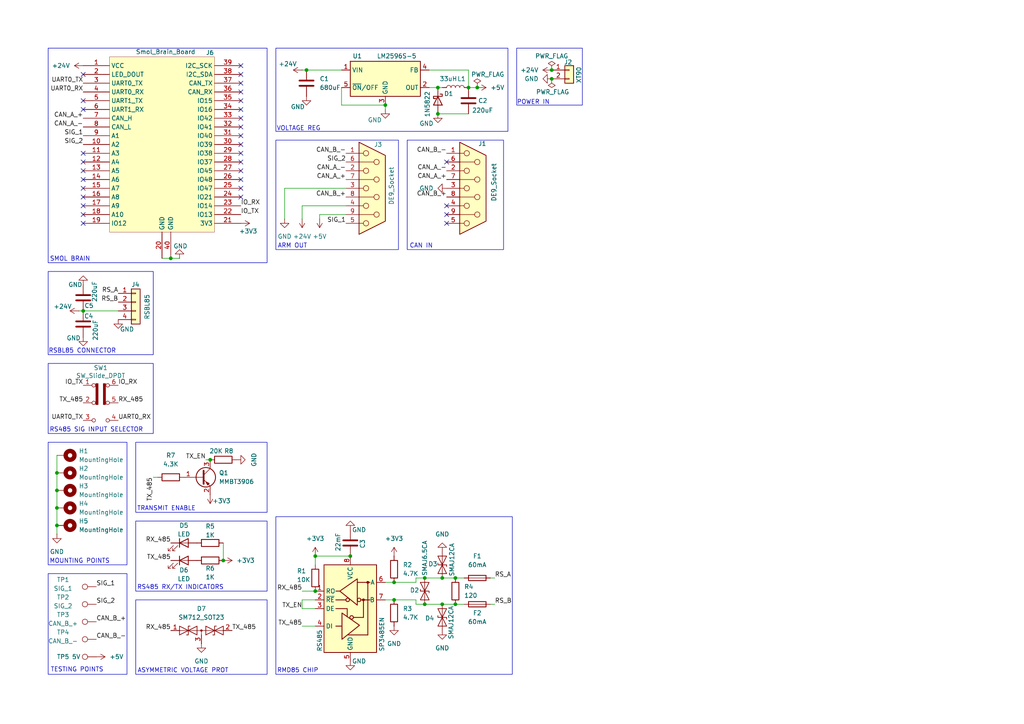
<source format=kicad_sch>
(kicad_sch (version 20250114) (generator "eeschema") (generator_version "9.99")
  (paper "A4")
  (lib_symbols
    (symbol "Connector:DE9_Socket" (pin_names (offset 1.016) (hide yes))
      (property "Reference" "J" (at 0 13.97 0))
      (property "Value" "DE9_Socket" (at 0 -14.605 0))
      (symbol "DE9_Socket_0_1"
        (polyline (pts (xy -3.81 13.335) (xy -3.81 -13.335) (xy 3.81 -9.525) (xy 3.81 9.525) (xy -3.81 13.335)) (stroke (width 0.254)) (fill (type background)))
        (polyline (pts (xy -3.81 10.16) (xy -2.54 10.16)))
        (polyline (pts (xy -3.81 7.62) (xy 0.508 7.62)))
        (polyline (pts (xy -3.81 5.08) (xy -2.54 5.08)))
        (polyline (pts (xy -3.81 2.54) (xy 0.508 2.54)))
        (polyline (pts (xy -3.81 0) (xy -2.54 0)))
        (polyline (pts (xy -3.81 -2.54) (xy 0.508 -2.54)))
        (polyline (pts (xy -3.81 -5.08) (xy -2.54 -5.08)))
        (polyline (pts (xy -3.81 -7.62) (xy 0.508 -7.62)))
        (polyline (pts (xy -3.81 -10.16) (xy -2.54 -10.16)))
        (circle (center -1.778 10.16) (radius 0.762))
        (circle (center -1.778 5.08) (radius 0.762))
        (circle (center -1.778 0) (radius 0.762))
        (circle (center -1.778 -5.08) (radius 0.762))
        (circle (center -1.778 -10.16) (radius 0.762))
        (circle (center 1.27 7.62) (radius 0.762))
        (circle (center 1.27 2.54) (radius 0.762))
        (circle (center 1.27 -2.54) (radius 0.762))
        (circle (center 1.27 -7.62) (radius 0.762))
      )
      (symbol "DE9_Socket_1_1"
        (pin passive line (at -7.62 10.16 0) (length 3.81) (name "1") (number "1"))
        (pin passive line (at -7.62 7.62 0) (length 3.81) (name "6") (number "6"))
        (pin passive line (at -7.62 5.08 0) (length 3.81) (name "2") (number "2"))
        (pin passive line (at -7.62 2.54 0) (length 3.81) (name "7") (number "7"))
        (pin passive line (at -7.62 0 0) (length 3.81) (name "3") (number "3"))
        (pin passive line (at -7.62 -2.54 0) (length 3.81) (name "8") (number "8"))
        (pin passive line (at -7.62 -5.08 0) (length 3.81) (name "4") (number "4"))
        (pin passive line (at -7.62 -7.62 0) (length 3.81) (name "9") (number "9"))
        (pin passive line (at -7.62 -10.16 0) (length 3.81) (name "5") (number "5"))
      )
    )
    (symbol "Connector:TestPoint" (pin_numbers (hide yes)) (pin_names (offset 0.762) (hide yes))
      (property "Reference" "TP" (at 0 6.858 0))
      (property "Value" "TestPoint" (at 0 5.08 0))
      (symbol "TestPoint_0_1"
        (circle (center 0 3.302) (radius 0.762))
      )
      (symbol "TestPoint_1_1"
        (pin passive line (at 0 0 90) (length 2.54) (name "1") (number "1"))
      )
    )
    (symbol "Connector_Generic:Conn_01x02" (pin_names (offset 1.016) (hide yes))
      (property "Reference" "J" (at 0 2.54 0))
      (property "Value" "Conn_01x02" (at 0 -5.08 0))
      (symbol "Conn_01x02_1_1"
        (rectangle (start -1.27 1.27) (end 1.27 -3.81) (stroke (width 0.254)) (fill (type background)))
        (rectangle (start -1.27 0.127) (end 0 -0.127) (stroke (width 0.1524)))
        (rectangle (start -1.27 -2.413) (end 0 -2.667) (stroke (width 0.1524)))
        (pin passive line (at -5.08 0 0) (length 3.81) (name "Pin_1") (number "1"))
        (pin passive line (at -5.08 -2.54 0) (length 3.81) (name "Pin_2") (number "2"))
      )
    )
    (symbol "Connector_Generic:Conn_01x04" (pin_names (offset 1.016) (hide yes))
      (property "Reference" "J" (at 0 5.08 0))
      (property "Value" "Conn_01x04" (at 0 -7.62 0))
      (symbol "Conn_01x04_1_1"
        (rectangle (start -1.27 3.81) (end 1.27 -6.35) (stroke (width 0.254)) (fill (type background)))
        (rectangle (start -1.27 2.667) (end 0 2.413) (stroke (width 0.1524)))
        (rectangle (start -1.27 0.127) (end 0 -0.127) (stroke (width 0.1524)))
        (rectangle (start -1.27 -2.413) (end 0 -2.667) (stroke (width 0.1524)))
        (rectangle (start -1.27 -4.953) (end 0 -5.207) (stroke (width 0.1524)))
        (pin passive line (at -5.08 2.54 0) (length 3.81) (name "Pin_1") (number "1"))
        (pin passive line (at -5.08 0 0) (length 3.81) (name "Pin_2") (number "2"))
        (pin passive line (at -5.08 -2.54 0) (length 3.81) (name "Pin_3") (number "3"))
        (pin passive line (at -5.08 -5.08 0) (length 3.81) (name "Pin_4") (number "4"))
      )
    )
    (symbol "Device:C" (pin_numbers (hide yes)) (pin_names (offset 0.254))
      (property "Reference" "C" (at 0.635 2.54 0))
      (property "Value" "C" (at 0.635 -2.54 0))
      (symbol "C_0_1"
        (polyline (pts (xy -2.032 0.762) (xy 2.032 0.762)) (stroke (width 0.508)))
        (polyline (pts (xy -2.032 -0.762) (xy 2.032 -0.762)) (stroke (width 0.508)))
      )
      (symbol "C_1_1"
        (pin passive line (at 0 3.81 270) (length 2.794) (name "~") (number "1"))
        (pin passive line (at 0 -3.81 90) (length 2.794) (name "~") (number "2"))
      )
    )
    (symbol "Device:Fuse" (pin_numbers (hide yes)) (pin_names (offset 0))
      (property "Reference" "F" (at 2.032 0 90))
      (property "Value" "Fuse" (at -1.905 0 90))
      (symbol "Fuse_0_1"
        (rectangle (start -0.762 -2.54) (end 0.762 2.54) (stroke (width 0.254)))
        (polyline (pts (xy 0 2.54) (xy 0 -2.54)))
      )
      (symbol "Fuse_1_1"
        (pin passive line (at 0 3.81 270) (length 1.27) (name "~") (number "1"))
        (pin passive line (at 0 -3.81 90) (length 1.27) (name "~") (number "2"))
      )
    )
    (symbol "Device:L" (pin_numbers (hide yes)) (pin_names (offset 1.016) (hide yes))
      (property "Reference" "L" (at -1.27 0 90))
      (property "Value" "L" (at 1.905 0 90))
      (symbol "L_0_1"
        (arc (start 0 2.54) (mid 0.6323 1.905) (end 0 1.27))
        (arc (start 0 1.27) (mid 0.6323 0.635) (end 0 0))
        (arc (start 0 0) (mid 0.6323 -0.635) (end 0 -1.27))
        (arc (start 0 -1.27) (mid 0.6323 -1.905) (end 0 -2.54))
      )
      (symbol "L_1_1"
        (pin passive line (at 0 3.81 270) (length 1.27) (name "1") (number "1"))
        (pin passive line (at 0 -3.81 90) (length 1.27) (name "2") (number "2"))
      )
    )
    (symbol "Device:LED" (pin_numbers (hide yes)) (pin_names (offset 1.016) (hide yes))
      (property "Reference" "D" (at 0 2.54 0))
      (property "Value" "LED" (at 0 -2.54 0))
      (symbol "LED_0_1"
        (polyline (pts (xy -3.048 -0.762) (xy -4.572 -2.286) (xy -3.81 -2.286) (xy -4.572 -2.286) (xy -4.572 -1.524)))
        (polyline (pts (xy -1.778 -0.762) (xy -3.302 -2.286) (xy -2.54 -2.286) (xy -3.302 -2.286) (xy -3.302 -1.524)))
        (polyline (pts (xy -1.27 0) (xy 1.27 0)))
        (polyline (pts (xy -1.27 -1.27) (xy -1.27 1.27)) (stroke (width 0.254)))
        (polyline (pts (xy 1.27 -1.27) (xy 1.27 1.27) (xy -1.27 0) (xy 1.27 -1.27)) (stroke (width 0.254)))
      )
      (symbol "LED_1_1"
        (pin passive line (at -3.81 0 0) (length 2.54) (name "K") (number "1"))
        (pin passive line (at 3.81 0 180) (length 2.54) (name "A") (number "2"))
      )
    )
    (symbol "Device:R" (pin_numbers (hide yes)) (pin_names (offset 0))
      (property "Reference" "R" (at 2.032 0 90))
      (property "Value" "R" (at 0 0 90))
      (symbol "R_0_1"
        (rectangle (start -1.016 -2.54) (end 1.016 2.54) (stroke (width 0.254)))
      )
      (symbol "R_1_1"
        (pin passive line (at 0 3.81 270) (length 1.27) (name "~") (number "1"))
        (pin passive line (at 0 -3.81 90) (length 1.27) (name "~") (number "2"))
      )
    )
    (symbol "Diode:1N5822" (pin_numbers (hide yes)) (pin_names (offset 1.016) (hide yes))
      (property "Reference" "D" (at 0 2.54 0))
      (property "Value" "1N5822" (at 0 -2.54 0))
      (symbol "1N5822_0_1"
        (polyline (pts (xy -1.905 0.635) (xy -1.905 1.27) (xy -1.27 1.27) (xy -1.27 -1.27) (xy -0.635 -1.27) (xy -0.635 -0.635)) (stroke (width 0.254)))
        (polyline (pts (xy 1.27 1.27) (xy 1.27 -1.27) (xy -1.27 0) (xy 1.27 1.27)) (stroke (width 0.254)))
        (polyline (pts (xy 1.27 0) (xy -1.27 0)))
      )
      (symbol "1N5822_1_1"
        (pin passive line (at -3.81 0 0) (length 2.54) (name "K") (number "1"))
        (pin passive line (at 3.81 0 180) (length 2.54) (name "A") (number "2"))
      )
    )
    (symbol "Diode:SM712_SOT23" (pin_names (offset 1.016) (hide yes))
      (property "Reference" "D" (at 0 4.445 0))
      (property "Value" "SM712_SOT23" (at 0 2.54 0))
      (symbol "SM712_SOT23_0_0"
        (polyline (pts (xy 0 -1.27) (xy 0 0)))
      )
      (symbol "SM712_SOT23_0_1"
        (polyline (pts (xy -6.35 0) (xy 6.35 0)))
        (polyline (pts (xy -6.35 -1.27) (xy -1.27 1.27) (xy -1.27 -1.27) (xy -6.35 1.27) (xy -6.35 -1.27)) (stroke (width 0.2032)))
        (polyline (pts (xy -3.302 1.27) (xy -3.81 1.27) (xy -3.81 -1.27) (xy -4.318 -1.27)) (stroke (width 0.2032)))
        (circle (center 0 0) (radius 0.254) (fill (type outline)))
        (polyline (pts (xy 1.27 -1.27) (xy 1.27 1.27) (xy 6.35 -1.27) (xy 6.35 1.27) (xy 1.27 -1.27)) (stroke (width 0.2032)))
        (polyline (pts (xy 4.318 1.27) (xy 3.81 1.27) (xy 3.81 -1.27) (xy 3.302 -1.27)) (stroke (width 0.2032)))
      )
      (symbol "SM712_SOT23_1_1"
        (pin passive line (at -8.89 0 0) (length 2.54) (name "A1") (number "1"))
        (pin input line (at 0 -3.81 90) (length 2.54) (name "common") (number "3"))
        (pin passive line (at 8.89 0 180) (length 2.54) (name "A2") (number "2"))
      )
    )
    (symbol "Diode:SMAJ12CA" (pin_numbers (hide yes)) (pin_names (offset 1.016) (hide yes))
      (property "Reference" "D" (at 0 2.54 0))
      (property "Value" "SMAJ12CA" (at 0 -2.54 0))
      (symbol "SMAJ12CA_0_1"
        (polyline (pts (xy -2.54 -1.27) (xy 0 0) (xy -2.54 1.27) (xy -2.54 -1.27)) (stroke (width 0.2032)))
        (polyline (pts (xy 0.508 1.27) (xy 0 1.27) (xy 0 -1.27) (xy -0.508 -1.27)) (stroke (width 0.2032)))
        (polyline (pts (xy 1.27 0) (xy -1.27 0)))
        (polyline (pts (xy 2.54 1.27) (xy 2.54 -1.27) (xy 0 0) (xy 2.54 1.27)) (stroke (width 0.2032)))
      )
      (symbol "SMAJ12CA_1_1"
        (pin passive line (at -3.81 0 0) (length 2.54) (name "A1") (number "1"))
        (pin passive line (at 3.81 0 180) (length 2.54) (name "A2") (number "2"))
      )
    )
    (symbol "Diode:SMAJ6.5CA" (pin_numbers (hide yes)) (pin_names (offset 1.016) (hide yes))
      (property "Reference" "D" (at 0 2.54 0))
      (property "Value" "SMAJ6.5CA" (at 0 -2.54 0))
      (symbol "SMAJ6.5CA_0_1"
        (polyline (pts (xy -2.54 -1.27) (xy 0 0) (xy -2.54 1.27) (xy -2.54 -1.27)) (stroke (width 0.2032)))
        (polyline (pts (xy 0.508 1.27) (xy 0 1.27) (xy 0 -1.27) (xy -0.508 -1.27)) (stroke (width 0.2032)))
        (polyline (pts (xy 1.27 0) (xy -1.27 0)))
        (polyline (pts (xy 2.54 1.27) (xy 2.54 -1.27) (xy 0 0) (xy 2.54 1.27)) (stroke (width 0.2032)))
      )
      (symbol "SMAJ6.5CA_1_1"
        (pin passive line (at -3.81 0 0) (length 2.54) (name "A1") (number "1"))
        (pin passive line (at 3.81 0 180) (length 2.54) (name "A2") (number "2"))
      )
    )
    (symbol "Interface_UART:SP3485EN"
      (property "Reference" "U" (at -7.62 13.97 0))
      (property "Value" "SP3485EN" (at 1.905 13.97 0))
      (symbol "SP3485EN_0_1"
        (rectangle (start -7.62 12.7) (end 7.62 -12.7) (stroke (width 0.254)) (fill (type background)))
        (polyline (pts (xy -4.191 2.54) (xy -1.27 2.54)) (stroke (width 0.254)))
        (polyline (pts (xy -4.191 0) (xy -0.889 0) (xy -0.889 -2.286)) (stroke (width 0.254)))
        (polyline (pts (xy -3.175 5.08) (xy -4.191 5.08) (xy -4.064 5.08)) (stroke (width 0.254)))
        (polyline (pts (xy -2.54 -5.08) (xy -4.191 -5.08)) (stroke (width 0.254)))
        (polyline (pts (xy -2.413 -5.08) (xy -2.413 -1.27) (xy 2.667 -4.826) (xy -2.413 -8.89) (xy -2.413 -5.08)) (stroke (width 0.254)))
        (polyline (pts (xy -0.635 -7.62) (xy 5.08 -7.62)) (stroke (width 0.254)))
        (circle (center 0.381 -2.54) (radius 0.508) (stroke (width 0.254)))
        (polyline (pts (xy 0.889 -2.54) (xy 3.81 -2.54)) (stroke (width 0.254)))
        (polyline (pts (xy 2.032 7.62) (xy 5.715 7.62)) (stroke (width 0.254)))
        (polyline (pts (xy 3.048 2.54) (xy 5.715 2.54)) (stroke (width 0.254)))
        (circle (center 3.81 2.54) (radius 0.2794) (stroke (width 0.254)) (fill (type outline)))
        (polyline (pts (xy 3.81 -2.54) (xy 3.81 2.54)) (stroke (width 0.254)))
        (polyline (pts (xy 5.08 -7.62) (xy 5.08 7.62)) (stroke (width 0.254)))
      )
      (symbol "SP3485EN_1_1"
        (circle (center -0.762 2.54) (radius 0.508) (stroke (width 0.254)))
        (polyline (pts (xy 2.032 4.826) (xy 2.032 8.636) (xy -3.048 5.08) (xy 2.032 1.016) (xy 2.032 4.826)) (stroke (width 0.254)))
        (circle (center 2.54 2.54) (radius 0.508) (stroke (width 0.254)))
        (circle (center 5.08 7.62) (radius 0.2794) (stroke (width 0.254)) (fill (type outline)))
        (pin output line (at -10.16 5.08 0) (length 2.54) (name "RO") (number "1"))
        (pin input line (at -10.16 2.54 0) (length 2.54) (name "~{RE}") (number "2"))
        (pin input line (at -10.16 0 0) (length 2.54) (name "DE") (number "3"))
        (pin input line (at -10.16 -5.08 0) (length 2.54) (name "DI") (number "4"))
        (pin power_in line (at 0 15.24 270) (length 2.54) (name "VCC") (number "8"))
        (pin power_in line (at 0 -15.24 90) (length 2.54) (name "GND") (number "5"))
        (pin bidirectional line (at 10.16 7.62 180) (length 2.54) (name "A") (number "6"))
        (pin bidirectional line (at 10.16 2.54 180) (length 2.54) (name "B") (number "7"))
      )
    )
    (symbol "Mechanical:MountingHole_Pad" (pin_numbers (hide yes)) (pin_names (offset 1.016) (hide yes)) (in_bom no)
      (property "Reference" "H" (at 0 6.35 0))
      (property "Value" "MountingHole_Pad" (at 0 4.445 0))
      (symbol "MountingHole_Pad_0_1"
        (circle (center 0 1.27) (radius 1.27) (stroke (width 1.27)))
      )
      (symbol "MountingHole_Pad_1_1"
        (pin input line (at 0 -2.54 90) (length 2.54) (name "1") (number "1"))
      )
    )
    (symbol "Regulator_Switching:LM2596S-5"
      (property "Reference" "U" (at -10.16 6.35 0))
      (property "Value" "LM2596S-5" (at 0 6.35 0))
      (symbol "LM2596S-5_0_1"
        (rectangle (start -10.16 5.08) (end 10.16 -5.08) (stroke (width 0.254)) (fill (type background)))
      )
      (symbol "LM2596S-5_1_1"
        (pin power_in line (at -12.7 2.54 0) (length 2.54) (name "VIN") (number "1"))
        (pin input line (at -12.7 -2.54 0) (length 2.54) (name "~{ON}/OFF") (number "5"))
        (pin power_in line (at 0 -7.62 90) (length 2.54) (name "GND") (number "3"))
        (pin input line (at 12.7 2.54 180) (length 2.54) (name "FB") (number "4"))
        (pin output line (at 12.7 -2.54 180) (length 2.54) (name "OUT") (number "2"))
      )
    )
    (symbol "Switch:SW_Slide_DPDT" (pin_names (offset 0) (hide yes))
      (property "Reference" "SW" (at 0 6.858 0))
      (property "Value" "SW_Slide_DPDT" (at 0 -8.128 0))
      (symbol "SW_Slide_DPDT_0_0"
        (circle (center -2.032 5.08) (radius 0.508))
        (circle (center -2.032 -5.08) (radius 0.508))
        (circle (center 2.032 0) (radius 0.508))
        (circle (center 2.032 -5.08) (radius 0.508))
      )
      (symbol "SW_Slide_DPDT_0_1"
        (circle (center -2.032 0) (radius 0.508))
        (circle (center 2.032 5.08) (radius 0.508))
      )
      (symbol "SW_Slide_DPDT_1_1"
        (rectangle (start -1.397 5.588) (end -0.762 -0.508) (fill (type outline)))
        (rectangle (start 0.762 5.588) (end 1.397 -0.508) (fill (type outline)))
        (pin passive line (at -5.08 5.08 0) (length 2.54) (name "A") (number "1"))
        (pin passive line (at -5.08 0 0) (length 2.54) (name "B") (number "2"))
        (pin passive line (at -5.08 -5.08 0) (length 2.54) (name "C") (number "3"))
        (pin passive line (at 5.08 5.08 180) (length 2.54) (name "C") (number "6"))
        (pin passive line (at 5.08 0 180) (length 2.54) (name "B") (number "5"))
        (pin passive line (at 5.08 -5.08 180) (length 2.54) (name "A") (number "4"))
      )
    )
    (symbol "Transistor_BJT:MMBT3906" (pin_names (offset 0) (hide yes))
      (property "Reference" "Q" (at 5.08 1.905 0))
      (property "Value" "MMBT3906" (at 5.08 0 0))
      (symbol "MMBT3906_0_1"
        (polyline (pts (xy -2.54 0) (xy 0.635 0)))
        (polyline (pts (xy 0.635 1.905) (xy 0.635 -1.905)) (stroke (width 0.508)))
        (polyline (pts (xy 0.635 0.635) (xy 2.54 2.54)))
        (polyline (pts (xy 0.635 -0.635) (xy 2.54 -2.54)))
        (circle (center 1.27 0) (radius 2.8194) (stroke (width 0.254)))
        (polyline (pts (xy 2.286 -1.778) (xy 1.778 -2.286) (xy 1.27 -1.27) (xy 2.286 -1.778)) (fill (type outline)))
      )
      (symbol "MMBT3906_1_1"
        (pin input line (at -5.08 0 0) (length 2.54) (name "B") (number "1"))
        (pin passive line (at 2.54 5.08 270) (length 2.54) (name "C") (number "3"))
        (pin passive line (at 2.54 -5.08 90) (length 2.54) (name "E") (number "2"))
      )
    )
    (symbol "power:+24V" (power) (pin_numbers (hide yes)) (pin_names (offset 0) (hide yes))
      (property "Value" "+24V" (at 0 3.556 0))
      (symbol "+24V_0_1"
        (polyline (pts (xy -0.762 1.27) (xy 0 2.54)))
        (polyline (pts (xy 0 2.54) (xy 0.762 1.27)))
        (polyline (pts (xy 0 0) (xy 0 2.54)))
      )
      (symbol "+24V_1_1"
        (pin power_in line (at 0 0 90) (length 0) (name "~") (number "1"))
      )
    )
    (symbol "power:+3V3" (power) (pin_numbers (hide yes)) (pin_names (offset 0) (hide yes))
      (property "Value" "+3V3" (at 0 3.556 0))
      (symbol "+3V3_0_1"
        (polyline (pts (xy -0.762 1.27) (xy 0 2.54)))
        (polyline (pts (xy 0 2.54) (xy 0.762 1.27)))
        (polyline (pts (xy 0 0) (xy 0 2.54)))
      )
      (symbol "+3V3_1_1"
        (pin power_in line (at 0 0 90) (length 0) (name "~") (number "1"))
      )
    )
    (symbol "power:+5V" (power) (pin_numbers (hide yes)) (pin_names (offset 0) (hide yes))
      (property "Value" "+5V" (at 0 3.556 0))
      (symbol "+5V_0_1"
        (polyline (pts (xy -0.762 1.27) (xy 0 2.54)))
        (polyline (pts (xy 0 2.54) (xy 0.762 1.27)))
        (polyline (pts (xy 0 0) (xy 0 2.54)))
      )
      (symbol "+5V_1_1"
        (pin power_in line (at 0 0 90) (length 0) (name "~") (number "1"))
      )
    )
    (symbol "power:GND" (power) (pin_numbers (hide yes)) (pin_names (offset 0) (hide yes))
      (property "Value" "GND" (at 0 -3.81 0))
      (symbol "GND_0_1"
        (polyline (pts (xy 0 0) (xy 0 -1.27) (xy 1.27 -1.27) (xy 0 -2.54) (xy -1.27 -1.27) (xy 0 -1.27)))
      )
      (symbol "GND_1_1"
        (pin power_in line (at 0 0 270) (length 0) (name "~") (number "1"))
      )
    )
    (symbol "power:PWR_FLAG" (power) (pin_numbers (hide yes)) (pin_names (offset 0) (hide yes))
      (property "Value" "PWR_FLAG" (at 0 3.81 0))
      (symbol "PWR_FLAG_0_0"
        (pin power_out line (at 0 0 90) (length 0) (name "~") (number "1"))
      )
      (symbol "PWR_FLAG_0_1"
        (polyline (pts (xy 0 0) (xy 0 1.27) (xy -1.016 1.905) (xy 0 2.54) (xy 1.016 1.905) (xy 0 1.27)))
      )
    )
    (symbol "smol_brain_board:Smol_Brain_Board" (in_bom no)
      (property "Reference" "PCB1" (at 0 35.56 0))
      (property "Value" "Smol Brain Board" (at 0 33.02 0))
      (symbol "Smol_Brain_Board_1_0"
        (rectangle (start -15.24 30.48) (end 15.24 -20.32) (stroke (width 0.0254) (color 128 0 0 1)) (fill (type background)))
        (pin power_in line (at -22.86 27.94 0) (length 7.62) (name "VCC") (number "1"))
        (pin bidirectional line (at -22.86 25.4 0) (length 7.62) (name "LED_DOUT") (number "2"))
        (pin bidirectional line (at -22.86 22.86 0) (length 7.62) (name "UART0_TX") (number "3"))
        (pin bidirectional line (at -22.86 20.32 0) (length 7.62) (name "UART0_RX") (number "4"))
        (pin bidirectional line (at -22.86 17.78 0) (length 7.62) (name "UART1_TX") (number "5"))
        (pin bidirectional line (at -22.86 15.24 0) (length 7.62) (name "UART1_RX") (number "6"))
        (pin bidirectional line (at -22.86 12.7 0) (length 7.62) (name "CAN_H") (number "7"))
        (pin bidirectional line (at -22.86 10.16 0) (length 7.62) (name "CAN_L") (number "8"))
        (pin bidirectional line (at -22.86 7.62 0) (length 7.62) (name "A1") (number "9"))
        (pin bidirectional line (at -22.86 5.08 0) (length 7.62) (name "A2") (number "10"))
        (pin bidirectional line (at -22.86 2.54 0) (length 7.62) (name "A3") (number "11"))
        (pin bidirectional line (at -22.86 0 0) (length 7.62) (name "A4") (number "12"))
        (pin bidirectional line (at -22.86 -2.54 0) (length 7.62) (name "A5") (number "13"))
        (pin bidirectional line (at -22.86 -5.08 0) (length 7.62) (name "A6") (number "14"))
        (pin bidirectional line (at -22.86 -7.62 0) (length 7.62) (name "A7") (number "15"))
        (pin bidirectional line (at -22.86 -10.16 0) (length 7.62) (name "A8") (number "16"))
        (pin bidirectional line (at -22.86 -12.7 0) (length 7.62) (name "A9") (number "17"))
        (pin bidirectional line (at -22.86 -15.24 0) (length 7.62) (name "A10") (number "18"))
        (pin bidirectional line (at -22.86 -17.78 0) (length 7.62) (name "IO12") (number "19"))
        (pin power_in line (at 0 -27.94 90) (length 7.62) (name "GND") (number "20"))
        (pin power_in line (at 2.54 -27.94 90) (length 7.62) (name "GND") (number "40"))
        (pin bidirectional line (at 22.86 27.94 180) (length 7.62) (name "I2C_SCK") (number "39"))
        (pin bidirectional line (at 22.86 25.4 180) (length 7.62) (name "I2C_SDA") (number "38"))
        (pin bidirectional line (at 22.86 22.86 180) (length 7.62) (name "CAN_TX") (number "37"))
        (pin bidirectional line (at 22.86 20.32 180) (length 7.62) (name "CAN_RX") (number "36"))
        (pin bidirectional line (at 22.86 17.78 180) (length 7.62) (name "IO15") (number "35"))
        (pin bidirectional line (at 22.86 15.24 180) (length 7.62) (name "IO16") (number "34"))
        (pin bidirectional line (at 22.86 12.7 180) (length 7.62) (name "IO42") (number "33"))
        (pin bidirectional line (at 22.86 10.16 180) (length 7.62) (name "IO41") (number "32"))
        (pin bidirectional line (at 22.86 7.62 180) (length 7.62) (name "IO40") (number "31"))
        (pin bidirectional line (at 22.86 5.08 180) (length 7.62) (name "IO39") (number "30"))
        (pin bidirectional line (at 22.86 2.54 180) (length 7.62) (name "IO38") (number "29"))
        (pin bidirectional line (at 22.86 0 180) (length 7.62) (name "IO37") (number "28"))
        (pin bidirectional line (at 22.86 -2.54 180) (length 7.62) (name "IO45") (number "27"))
        (pin bidirectional line (at 22.86 -5.08 180) (length 7.62) (name "IO48") (number "26"))
        (pin bidirectional line (at 22.86 -7.62 180) (length 7.62) (name "IO47") (number "25"))
        (pin bidirectional line (at 22.86 -10.16 180) (length 7.62) (name "IO21") (number "24"))
        (pin bidirectional line (at 22.86 -12.7 180) (length 7.62) (name "IO14") (number "23"))
        (pin bidirectional line (at 22.86 -15.24 180) (length 7.62) (name "IO13") (number "22"))
        (pin power_out line (at 22.86 -17.78 180) (length 7.62) (name "3V3") (number "21"))
      )
    )
  )
  (rectangle (start 13.97 78.74) (end 44.45 102.87))
  (rectangle (start 39.37 128.27) (end 77.47 148.59))
  (rectangle (start 13.97 166.37) (end 36.83 195.58))
  (rectangle (start 13.97 105.41) (end 44.45 125.73))
  (rectangle (start 39.37 173.99) (end 77.47 195.58))
  (rectangle (start 80.01 149.86) (end 148.59 195.58))
  (rectangle (start 13.97 13.97) (end 77.47 76.2))
  (rectangle (start 80.01 13.97) (end 147.32 38.1))
  (rectangle (start 80.01 40.64) (end 115.57 72.39))
  (rectangle (start 13.97 128.27) (end 36.83 163.83))
  (rectangle (start 118.11 40.64) (end 146.05 72.39))
  (rectangle (start 39.37 151.13) (end 77.47 171.45))
  (rectangle (start 149.86 13.97) (end 168.91 30.48))
  (text "MOUNTING POINTS" (at 23.114 162.814 0) (effects (font (size 1.27 1.27))))
  (text "POWER IN" (at 154.686 29.718 0) (effects (font (size 1.27 1.27))))
  (text "CAN IN" (at 122.174 71.374 0) (effects (font (size 1.27 1.27))))
  (text "RS485 RX/TX INDICATORS" (at 52.324 170.434 0) (effects (font (size 1.27 1.27))))
  (text "SMOL BRAIN" (at 20.32 75.184 0) (effects (font (size 1.27 1.27))))
  (text "ARM OUT" (at 84.836 71.374 0) (effects (font (size 1.27 1.27))))
  (text "RSBL85 CONNECTOR" (at 23.876 101.854 0) (effects (font (size 1.27 1.27))))
  (text "VOLTAGE REG" (at 86.614 37.338 0) (effects (font (size 1.27 1.27))))
  (text "TESTING POINTS" (at 22.352 194.31 0) (effects (font (size 1.27 1.27))))
  (text "RMD85 CHIP" (at 86.36 194.564 0) (effects (font (size 1.27 1.27))))
  (text "RS485 SIG INPUT SELECTOR" (at 27.94 124.714 0) (effects (font (size 1.27 1.27))))
  (text "ASYMMETRIC VOLTAGE PROT" (at 53.086 194.564 0) (effects (font (size 1.27 1.27))))
  (text "TRANSMIT ENABLE" (at 48.26 147.574 0) (effects (font (size 1.27 1.27))))
  (junction (at 60.96 133.35))
  (junction (at 160.02 20.32))
  (junction (at 123.19 167.64))
  (junction (at 111.76 30.48))
  (junction (at 16.51 152.4))
  (junction (at 16.51 142.24))
  (junction (at 123.19 175.26))
  (junction (at 91.44 171.45))
  (junction (at 24.13 90.17))
  (junction (at 101.6 161.29))
  (junction (at 127 25.4))
  (junction (at 64.77 162.56))
  (junction (at 114.3 173.99))
  (junction (at 160.02 22.86))
  (junction (at 127 33.02))
  (junction (at 16.51 147.32))
  (junction (at 16.51 137.16))
  (junction (at 128.27 175.26))
  (junction (at 49.53 74.93))
  (junction (at 132.08 175.26))
  (junction (at 135.89 25.4))
  (junction (at 132.08 167.64))
  (junction (at 138.43 25.4))
  (junction (at 114.3 168.91))
  (junction (at 128.27 167.64))
  (junction (at 88.9 20.32))
  (junction (at 91.44 161.29))
  (no_connect (at 24.13 64.77))
  (no_connect (at 69.85 49.53))
  (no_connect (at 69.85 57.15))
  (no_connect (at 69.85 46.99))
  (no_connect (at 69.85 19.05))
  (no_connect (at 129.54 64.77))
  (no_connect (at 69.85 21.59))
  (no_connect (at 129.54 59.69))
  (no_connect (at 69.85 52.07))
  (no_connect (at 24.13 46.99))
  (no_connect (at 69.85 39.37))
  (no_connect (at 24.13 59.69))
  (no_connect (at 69.85 34.29))
  (no_connect (at 24.13 52.07))
  (no_connect (at 69.85 24.13))
  (no_connect (at 69.85 41.91))
  (no_connect (at 69.85 26.67))
  (no_connect (at 129.54 46.99))
  (no_connect (at 24.13 49.53))
  (no_connect (at 69.85 31.75))
  (no_connect (at 24.13 57.15))
  (no_connect (at 24.13 29.21))
  (no_connect (at 69.85 36.83))
  (no_connect (at 24.13 31.75))
  (no_connect (at 24.13 54.61))
  (no_connect (at 129.54 62.23))
  (no_connect (at 69.85 29.21))
  (no_connect (at 24.13 21.59))
  (no_connect (at 24.13 62.23))
  (no_connect (at 69.85 54.61))
  (no_connect (at 69.85 44.45))
  (no_connect (at 24.13 44.45))
  (wire (pts (xy 82.55 63.5) (xy 82.55 54.61)))
  (wire (pts (xy 120.65 175.26) (xy 120.65 173.99)))
  (wire (pts (xy 87.63 63.5) (xy 87.63 59.69)))
  (wire (pts (xy 124.46 25.4) (xy 127 25.4)))
  (wire (pts (xy 99.06 30.48) (xy 111.76 30.48)))
  (wire (pts (xy 143.51 167.64) (xy 142.24 167.64)))
  (wire (pts (xy 87.63 181.61) (xy 91.44 181.61)))
  (wire (pts (xy 135.89 20.32) (xy 135.89 25.4)))
  (wire (pts (xy 16.51 147.32) (xy 16.51 152.4)))
  (wire (pts (xy 49.53 74.93) (xy 46.99 74.93)))
  (wire (pts (xy 123.19 175.26) (xy 128.27 175.26)))
  (wire (pts (xy 111.76 168.91) (xy 114.3 168.91)))
  (wire (pts (xy 124.46 20.32) (xy 135.89 20.32)))
  (wire (pts (xy 132.08 175.26) (xy 134.62 175.26)))
  (wire (pts (xy 87.63 173.99) (xy 87.63 176.53)))
  (wire (pts (xy 87.63 20.32) (xy 88.9 20.32)))
  (wire (pts (xy 16.51 132.08) (xy 16.51 137.16)))
  (wire (pts (xy 82.55 54.61) (xy 100.33 54.61)))
  (wire (pts (xy 132.08 167.64) (xy 134.62 167.64)))
  (wire (pts (xy 111.76 173.99) (xy 114.3 173.99)))
  (wire (pts (xy 16.51 142.24) (xy 16.51 147.32)))
  (wire (pts (xy 120.65 168.91) (xy 114.3 168.91)))
  (wire (pts (xy 91.44 173.99) (xy 87.63 173.99)))
  (wire (pts (xy 128.27 167.64) (xy 132.08 167.64)))
  (wire (pts (xy 87.63 59.69) (xy 100.33 59.69)))
  (wire (pts (xy 52.07 74.93) (xy 49.53 74.93)))
  (wire (pts (xy 59.69 133.35) (xy 60.96 133.35)))
  (wire (pts (xy 22.86 90.17) (xy 24.13 90.17)))
  (wire (pts (xy 123.19 175.26) (xy 120.65 175.26)))
  (wire (pts (xy 127 25.4) (xy 128.27 25.4)))
  (wire (pts (xy 91.44 161.29) (xy 91.44 163.83)))
  (wire (pts (xy 135.89 25.4) (xy 138.43 25.4)))
  (wire (pts (xy 64.77 157.48) (xy 64.77 162.56)))
  (wire (pts (xy 99.06 25.4) (xy 99.06 30.48)))
  (wire (pts (xy 128.27 175.26) (xy 132.08 175.26)))
  (wire (pts (xy 92.71 62.23) (xy 100.33 62.23)))
  (wire (pts (xy 92.71 63.5) (xy 92.71 62.23)))
  (wire (pts (xy 111.76 31.75) (xy 111.76 30.48)))
  (wire (pts (xy 127 33.02) (xy 135.89 33.02)))
  (wire (pts (xy 120.65 167.64) (xy 120.65 168.91)))
  (wire (pts (xy 44.45 138.43) (xy 45.72 138.43)))
  (wire (pts (xy 143.51 175.26) (xy 142.24 175.26)))
  (wire (pts (xy 87.63 176.53) (xy 91.44 176.53)))
  (wire (pts (xy 91.44 161.29) (xy 101.6 161.29)))
  (wire (pts (xy 24.13 90.17) (xy 34.29 90.17)))
  (wire (pts (xy 16.51 137.16) (xy 16.51 142.24)))
  (wire (pts (xy 123.19 167.64) (xy 128.27 167.64)))
  (wire (pts (xy 88.9 20.32) (xy 99.06 20.32)))
  (wire (pts (xy 87.63 171.45) (xy 91.44 171.45)))
  (wire (pts (xy 16.51 152.4) (xy 16.51 154.94)))
  (wire (pts (xy 120.65 173.99) (xy 114.3 173.99)))
  (wire (pts (xy 123.19 167.64) (xy 120.65 167.64)))
  (label "RS_A" (at 143.51 167.64 0))
  (label "TX_EN" (at 59.69 133.35 180))
  (label "CAN_A_-" (at 100.33 49.53 180))
  (label "UART0_RX" (at 34.29 121.92 0))
  (label "RS_B" (at 143.51 175.26 0))
  (label "RX_485" (at 87.63 171.45 180))
  (label "CAN_B_+" (at 100.33 57.15 180))
  (label "CAN_B_-" (at 129.54 44.45 180))
  (label "SIG_2" (at 27.94 175.26 0))
  (label "UART0_TX" (at 24.13 121.92 180))
  (label "UART0_RX" (at 24.13 26.67 180))
  (label "TX_485" (at 49.53 162.56 180))
  (label "CAN_A_+" (at 129.54 52.07 180))
  (label "TX_485" (at 67.31 182.88 0))
  (label "CAN_A_+" (at 24.13 34.29 180))
  (label "TX_485" (at 24.13 116.84 180))
  (label "IO_RX" (at 34.29 111.76 0))
  (label "CAN_A_+" (at 100.33 52.07 180))
  (label "SIG_1" (at 27.94 170.18 0))
  (label "CAN_B_-" (at 27.94 185.42 0))
  (label "CAN_A_-" (at 129.54 49.53 180))
  (label "CAN_B_-" (at 100.33 44.45 180))
  (label "RX_485" (at 49.53 157.48 180))
  (label "RX_485" (at 49.53 182.88 180))
  (label "TX_485" (at 44.45 138.43 270))
  (label "RX_485" (at 34.29 116.84 0))
  (label "IO_TX" (at 69.85 62.23 0))
  (label "SIG_1" (at 100.33 64.77 180))
  (label "SIG_2" (at 24.13 41.91 180))
  (label "IO_RX" (at 69.85 59.69 0))
  (label "SIG_2" (at 100.33 46.99 180))
  (label "CAN_A_-" (at 24.13 36.83 180))
  (label "SIG_1" (at 24.13 39.37 180))
  (label "UART0_TX" (at 24.13 24.13 180))
  (label "IO_TX" (at 24.13 111.76 180))
  (label "TX_EN" (at 87.63 176.53 180))
  (label "CAN_B_+" (at 129.54 57.15 180))
  (label "TX_485" (at 87.63 181.61 180))
  (label "RS_A" (at 34.29 85.09 180))
  (label "CAN_B_+" (at 27.94 180.34 0))
  (label "RS_B" (at 34.29 87.63 180))
  (symbol (lib_id "Device:R") (at 64.77 133.35 270) (unit 1)
    (property "Reference" "R8" (at 65.024 130.81 90) (effects (justify left)))
    (property "Value" "20K" (at 60.706 130.81 90) (effects (justify left)))
    (property "Footprint" "Resistor_SMD:R_0805_2012Metric_Pad1.20x1.40mm_HandSolder" (hide yes))
    (property "Description" "Resistor" (hide yes))
  )
  (symbol (lib_id "power:+5V") (at 138.43 25.4 270) (unit 1)
    (property "Reference" "#PWR09" (hide yes))
    (property "Value" "+5V" (at 142.24 25.3999 90) (effects (justify left)))
    (property "Description" "Power symbol creates a global label with name \"+5V\"" (hide yes))
  )
  (symbol (lib_id "power:GND") (at 101.6 191.77 0) (unit 1)
    (property "Reference" "#PWR017" (hide yes))
    (property "Value" "GND" (at 104.14 191.77 0))
    (property "Description" "Power symbol creates a global label with name \"GND\" , ground" (hide yes))
  )
  (symbol (lib_id "Device:LED") (at 53.34 157.48 0) (unit 1)
    (property "Reference" "D5" (at 53.34 152.4 0))
    (property "Value" "LED" (at 53.34 154.94 0))
    (property "Footprint" "LED_SMD:LED_0805_2012Metric_Pad1.15x1.40mm_HandSolder" (hide yes))
    (property "Description" "Light emitting diode" (hide yes))
    (property "Sim.Pins" "1=K 2=A" (hide yes))
  )
  (symbol (lib_id "Diode:SMAJ6.5CA") (at 123.19 171.45 90) (unit 1)
    (property "Reference" "D2" (at 118.872 171.196 90) (effects (justify right)))
    (property "Value" "SMAJ6.5CA" (at 123.19 156.718 0) (effects (justify right)))
    (property "Footprint" "Diode_SMD:D_SMA" (hide yes))
    (property "Datasheet" "https://www.littelfuse.com/media?resourcetype=datasheets&itemid=75e32973-b177-4ee3-a0ff-cedaf1abdb93&filename=smaj-datasheet" (hide yes))
    (property "Description" "400W bidirectional Transient Voltage Suppressor, 6.5Vr, SMA(DO-214AC)" (hide yes))
  )
  (symbol (lib_id "Device:LED") (at 53.34 162.56 0) (unit 1)
    (property "Reference" "D6" (at 53.34 165.354 0))
    (property "Value" "LED" (at 53.34 167.894 0))
    (property "Footprint" "LED_SMD:LED_0805_2012Metric_Pad1.15x1.40mm_HandSolder" (hide yes))
    (property "Description" "Light emitting diode" (hide yes))
    (property "Sim.Pins" "1=K 2=A" (hide yes))
  )
  (symbol (lib_id "power:GND") (at 52.07 74.93 180) (unit 1)
    (property "Reference" "#PWR011" (hide yes))
    (property "Value" "GND" (at 50.292 71.374 0) (effects (justify right)))
    (property "Description" "Power symbol creates a global label with name \"GND\" , ground" (hide yes))
  )
  (symbol (lib_id "Regulator_Switching:LM2596S-5") (at 111.76 22.86 0) (unit 1)
    (property "Reference" "U1" (at 103.632 16.256 0))
    (property "Value" "LM2596S-5" (at 115.062 16.256 0))
    (property "Footprint" "Package_TO_SOT_SMD:TO-263-5_TabPin3" (hide yes))
    (property "Datasheet" "http://www.ti.com/lit/ds/symlink/lm2596.pdf" (hide yes))
    (property "Description" "5V 3A Step-Down Voltage Regulator, TO-263" (hide yes))
  )
  (symbol (lib_id "Interface_UART:SP3485EN") (at 101.6 176.53 0) (unit 1)
    (property "Reference" "RS485" (at 92.71 188.976 90) (effects (justify left)))
    (property "Value" "SP3485EN" (at 110.744 188.976 90) (effects (justify left)))
    (property "Footprint" "Package_SO:SOIC-8_3.9x4.9mm_P1.27mm" (hide yes))
    (property "Datasheet" "http://www.icbase.com/pdf/SPX/SPX00480106.pdf" (hide yes))
    (property "Description" "Industrial 3.3V Low Power Half-Duplex RS-485 Transceiver 10Mbps, SOIC-8" (hide yes))
  )
  (symbol (lib_id "Device:L") (at 132.08 25.4 90) (unit 1)
    (property "Reference" "L1" (at 133.858 22.86 90))
    (property "Value" "33uH" (at 130.048 22.86 90))
    (property "Footprint" "Inductor_SMD:L_Vishay_IHLP-5050" (hide yes))
    (property "Description" "Inductor" (hide yes))
  )
  (symbol (lib_id "power:+24V") (at 22.86 90.17 90) (unit 1)
    (property "Reference" "#PWR022" (hide yes))
    (property "Value" "+24V" (at 20.828 88.9 90) (effects (justify left)))
    (property "Description" "Power symbol creates a global label with name \"+24V\"" (hide yes))
  )
  (symbol (lib_id "power:+24V") (at 87.63 20.32 90) (unit 1)
    (property "Reference" "#PWR05" (hide yes))
    (property "Value" "+24V" (at 86.106 18.542 90) (effects (justify left)))
    (property "Description" "Power symbol creates a global label with name \"+24V\"" (hide yes))
  )
  (symbol (lib_id "power:GND") (at 127 33.02 0) (unit 1)
    (property "Reference" "#PWR08" (hide yes))
    (property "Value" "GND" (at 123.698 35.814 0))
    (property "Description" "Power symbol creates a global label with name \"GND\" , ground" (hide yes))
  )
  (symbol (lib_id "Device:C") (at 24.13 93.98 0) (unit 1)
    (property "Reference" "C4" (at 24.384 91.694 0) (effects (justify left)))
    (property "Value" "220uF" (at 27.686 98.806 90) (effects (justify left)))
    (property "Footprint" "Capacitor_THT:CP_Radial_D8.0mm_P3.50mm" (hide yes))
    (property "Description" "Unpolarized capacitor" (hide yes))
  )
  (symbol (lib_id "power:GND") (at 24.13 82.55 180) (unit 1)
    (property "Reference" "#PWR024" (hide yes))
    (property "Value" "GND" (at 21.844 82.55 0))
    (property "Description" "Power symbol creates a global label with name \"GND\" , ground" (hide yes))
  )
  (symbol (lib_id "Device:C") (at 135.89 29.21 0) (unit 1)
    (property "Reference" "C2" (at 138.684 29.21 0) (effects (justify left)))
    (property "Value" "220uF" (at 136.906 32.004 0) (effects (justify left)))
    (property "Footprint" "Capacitor_SMD:C_0805_2012Metric_Pad1.18x1.45mm_HandSolder" (hide yes))
    (property "Description" "Unpolarized capacitor" (hide yes))
  )
  (symbol (lib_id "Device:R") (at 114.3 177.8 0) (unit 1)
    (property "Reference" "R3" (at 116.84 176.5299 0) (effects (justify left)))
    (property "Value" "4.7K" (at 116.84 179.0699 0) (effects (justify left)))
    (property "Footprint" "Resistor_SMD:R_0805_2012Metric_Pad1.20x1.40mm_HandSolder" (hide yes))
    (property "Description" "Resistor" (hide yes))
  )
  (symbol (lib_id "power:PWR_FLAG") (at 138.43 25.4 0) (unit 1)
    (property "Reference" "#FLG03" (hide yes))
    (property "Value" "PWR_FLAG" (at 141.478 21.59 0))
    (property "Description" "Special symbol for telling ERC where power comes from" (hide yes))
  )
  (symbol (lib_id "power:GND") (at 58.42 186.69 0) (unit 1)
    (property "Reference" "#PWR030" (hide yes))
    (property "Value" "GND" (at 58.42 191.77 0))
    (property "Description" "Power symbol creates a global label with name \"GND\" , ground" (hide yes))
  )
  (symbol (lib_id "Device:C") (at 24.13 86.36 180) (unit 1)
    (property "Reference" "C5" (at 27.178 88.646 0) (effects (justify left)))
    (property "Value" "220uF" (at 27.432 81.534 90) (effects (justify left)))
    (property "Footprint" "Capacitor_THT:CP_Radial_D8.0mm_P3.50mm" (hide yes))
    (property "Description" "Unpolarized capacitor" (hide yes))
  )
  (symbol (lib_id "power:GND") (at 34.29 92.71 0) (unit 1)
    (property "Reference" "#PWR021" (hide yes))
    (property "Value" "GND" (at 36.83 95.504 0))
    (property "Description" "Power symbol creates a global label with name \"GND\" , ground" (hide yes))
  )
  (symbol (lib_id "power:GND") (at 101.6 153.67 180) (unit 1)
    (property "Reference" "#PWR020" (hide yes))
    (property "Value" "GND" (at 104.14 153.67 0))
    (property "Description" "Power symbol creates a global label with name \"GND\" , ground" (hide yes))
  )
  (symbol (lib_id "power:+3V3") (at 91.44 161.29 0) (unit 1)
    (property "Reference" "#PWR015" (hide yes))
    (property "Value" "+3V3" (at 91.44 156.21 0))
    (property "Description" "Power symbol creates a global label with name \"+3V3\"" (hide yes))
  )
  (symbol (lib_id "Device:R") (at 114.3 165.1 0) (unit 1)
    (property "Reference" "R2" (at 116.84 163.8299 0) (effects (justify left)))
    (property "Value" "4.7K" (at 116.84 166.3699 0) (effects (justify left)))
    (property "Footprint" "Resistor_SMD:R_0805_2012Metric_Pad1.20x1.40mm_HandSolder" (hide yes))
    (property "Description" "Resistor" (hide yes))
  )
  (symbol (lib_id "Device:R") (at 60.96 157.48 90) (unit 1)
    (property "Reference" "R5" (at 60.96 152.654 90))
    (property "Value" "1K" (at 60.96 155.194 90))
    (property "Footprint" "Resistor_SMD:R_0805_2012Metric_Pad1.20x1.40mm_HandSolder" (hide yes))
    (property "Description" "Resistor" (hide yes))
  )
  (symbol (lib_id "Mechanical:MountingHole_Pad") (at 19.05 147.32 270) (unit 1) (in_bom no)
    (property "Reference" "H4" (at 22.86 146.0499 90) (effects (justify left)))
    (property "Value" "MountingHole" (at 22.86 148.5899 90) (effects (justify left)))
    (property "Footprint" "MountingHole:MountingHole_3mm_Pad_TopBottom" (hide yes))
    (property "Description" "Mounting Hole with connection" (hide yes))
  )
  (symbol (lib_id "smol_brain_board:Smol_Brain_Board") (at 46.99 46.99 0) (unit 1) (in_bom no)
    (property "Reference" "J6" (at 59.69 16.002 0) (effects (justify left bottom)))
    (property "Value" "Smol_Brain_Board" (at 39.37 15.748 0) (effects (justify left bottom)))
    (property "Footprint" "smolbrain:Smol_Brain_Board" (hide yes))
    (property "Description" "Footprint for smol brain board" (hide yes))
    (property "DESIGN ITEM ID" "Smol_Brain_Board" (hide yes))
    (property "SOURCE" "QUTRC_ARC.SchLib" (hide yes))
  )
  (symbol (lib_id "power:GND") (at 111.76 31.75 0) (unit 1)
    (property "Reference" "#PWR06" (hide yes))
    (property "Value" "GND" (at 108.712 34.798 0))
    (property "Description" "Power symbol creates a global label with name \"GND\" , ground" (hide yes))
  )
  (symbol (lib_id "power:+3V3") (at 64.77 162.56 270) (unit 1)
    (property "Reference" "#PWR029" (hide yes))
    (property "Value" "+3V3" (at 68.58 162.5599 90) (effects (justify left)))
    (property "Description" "Power symbol creates a global label with name \"+3V3\"" (hide yes))
  )
  (symbol (lib_id "Connector:TestPoint") (at 27.94 180.34 90) (unit 1)
    (property "Reference" "TP3" (at 18.288 178.308 90))
    (property "Value" "CAN_B_+" (at 18.288 180.848 90))
    (property "Footprint" "TestPoint:TestPoint_THTPad_1.5x1.5mm_Drill0.7mm" (hide yes))
    (property "Description" "test point" (hide yes))
  )
  (symbol (lib_id "Device:C") (at 88.9 24.13 0) (unit 1)
    (property "Reference" "C1" (at 92.71 22.8599 0) (effects (justify left)))
    (property "Value" "680uF" (at 92.71 25.3999 0) (effects (justify left)))
    (property "Footprint" "Capacitor_SMD:C_0805_2012Metric_Pad1.18x1.45mm_HandSolder" (hide yes))
    (property "Description" "Unpolarized capacitor" (hide yes))
  )
  (symbol (lib_id "Connector:TestPoint") (at 27.94 185.42 90) (unit 1)
    (property "Reference" "TP4" (at 18.288 183.388 90))
    (property "Value" "CAN_B_-" (at 18.288 185.928 90))
    (property "Footprint" "TestPoint:TestPoint_THTPad_1.5x1.5mm_Drill0.7mm" (hide yes))
    (property "Description" "test point" (hide yes))
  )
  (symbol (lib_id "Connector:TestPoint") (at 27.94 175.26 90) (unit 1)
    (property "Reference" "TP2" (at 18.288 173.228 90))
    (property "Value" "SIG_2" (at 18.288 175.768 90))
    (property "Footprint" "TestPoint:TestPoint_THTPad_1.5x1.5mm_Drill0.7mm" (hide yes))
    (property "Description" "test point" (hide yes))
  )
  (symbol (lib_id "Connector:DE9_Socket") (at 107.95 54.61 0) (unit 1)
    (property "Reference" "J3" (at 108.458 41.91 0) (effects (justify left)))
    (property "Value" "DE9_Socket" (at 113.538 59.436 90) (effects (justify left)))
    (property "Footprint" "Connector_Dsub:DSUB-9_Socket_Horizontal_P2.77x2.84mm_EdgePinOffset4.94mm_Housed_MountingHolesOffset4.94mm" (hide yes))
    (property "Description" "9-pin D-SUB connector, socket (female)" (hide yes))
  )
  (symbol (lib_id "power:GND") (at 160.02 22.86 270) (unit 1)
    (property "Reference" "#PWR02" (hide yes))
    (property "Value" "GND" (at 156.21 22.8599 90) (effects (justify right)))
    (property "Description" "Power symbol creates a global label with name \"GND\" , ground" (hide yes))
  )
  (symbol (lib_id "Device:R") (at 60.96 162.56 90) (unit 1)
    (property "Reference" "R6" (at 60.96 164.846 90))
    (property "Value" "1K" (at 60.96 167.386 90))
    (property "Footprint" "Resistor_SMD:R_0805_2012Metric_Pad1.20x1.40mm_HandSolder" (hide yes))
    (property "Description" "Resistor" (hide yes))
  )
  (symbol (lib_id "Device:Fuse") (at 138.43 167.64 90) (unit 1)
    (property "Reference" "F1" (at 138.43 161.29 90))
    (property "Value" "60mA" (at 138.43 163.83 90))
    (property "Footprint" "Fuse:Fuse_0805_2012Metric_Pad1.15x1.40mm_HandSolder" (hide yes))
    (property "Description" "Fuse" (hide yes))
  )
  (symbol (lib_id "power:+3V3") (at 60.96 143.51 180) (unit 1)
    (property "Reference" "#PWR031" (hide yes))
    (property "Value" "+3V3" (at 64.262 145.288 0))
    (property "Description" "Power symbol creates a global label with name \"+3V3\"" (hide yes))
  )
  (symbol (lib_id "power:PWR_FLAG") (at 160.02 20.32 0) (unit 1)
    (property "Reference" "#FLG01" (hide yes))
    (property "Value" "PWR_FLAG" (at 160.02 16.256 0))
    (property "Description" "Special symbol for telling ERC where power comes from" (hide yes))
  )
  (symbol (lib_id "power:PWR_FLAG") (at 160.02 22.86 180) (unit 1)
    (property "Reference" "#FLG02" (hide yes))
    (property "Value" "PWR_FLAG" (at 160.274 26.67 0))
    (property "Description" "Special symbol for telling ERC where power comes from" (hide yes))
  )
  (symbol (lib_id "power:GND") (at 68.58 133.35 90) (unit 1)
    (property "Reference" "#PWR032" (hide yes))
    (property "Value" "GND" (at 73.66 133.35 0))
    (property "Description" "Power symbol creates a global label with name \"GND\" , ground" (hide yes))
  )
  (symbol (lib_id "Device:R") (at 91.44 167.64 0) (unit 1)
    (property "Reference" "R1" (at 86.106 165.608 0) (effects (justify left)))
    (property "Value" "10K" (at 86.106 168.148 0) (effects (justify left)))
    (property "Footprint" "Resistor_SMD:R_0805_2012Metric_Pad1.20x1.40mm_HandSolder" (hide yes))
    (property "Description" "Resistor" (hide yes))
  )
  (symbol (lib_id "power:+5V") (at 92.71 63.5 180) (unit 1)
    (property "Reference" "#PWR012" (hide yes))
    (property "Value" "+5V" (at 92.71 68.58 0))
    (property "Description" "Power symbol creates a global label with name \"+5V\"" (hide yes))
  )
  (symbol (lib_id "Connector:TestPoint") (at 27.94 190.5 90) (unit 1)
    (property "Reference" "TP5" (at 18.288 190.5 90))
    (property "Value" "5V" (at 22.098 190.5 90))
    (property "Footprint" "TestPoint:TestPoint_THTPad_1.5x1.5mm_Drill0.7mm" (hide yes))
    (property "Description" "test point" (hide yes))
  )
  (symbol (lib_id "Switch:SW_Slide_DPDT") (at 29.21 116.84 0) (unit 1)
    (property "Reference" "SW1" (at 29.21 106.68 0))
    (property "Value" "SW_Slide_DPDT" (at 29.21 108.966 0))
    (property "Footprint" "Button_Switch_THT:SW_CK_JS202011CQN_DPDT_Straight" (hide yes))
    (property "Description" "Slide Switch, dual pole double throw" (hide yes))
  )
  (symbol (lib_id "power:+24V") (at 160.02 20.32 90) (unit 1)
    (property "Reference" "#PWR01" (hide yes))
    (property "Value" "+24V" (at 156.21 20.3199 90) (effects (justify left)))
    (property "Description" "Power symbol creates a global label with name \"+24V\"" (hide yes))
  )
  (symbol (lib_id "Mechanical:MountingHole_Pad") (at 19.05 142.24 270) (unit 1) (in_bom no)
    (property "Reference" "H3" (at 22.86 140.9699 90) (effects (justify left)))
    (property "Value" "MountingHole" (at 22.86 143.5099 90) (effects (justify left)))
    (property "Footprint" "MountingHole:MountingHole_3mm_Pad_TopBottom" (hide yes))
    (property "Description" "Mounting Hole with connection" (hide yes))
  )
  (symbol (lib_id "Device:R") (at 49.53 138.43 90) (unit 1)
    (property "Reference" "R7" (at 49.53 132.08 90))
    (property "Value" "4.3K" (at 49.53 134.62 90))
    (property "Footprint" "Resistor_SMD:R_0805_2012Metric_Pad1.20x1.40mm_HandSolder" (hide yes))
    (property "Description" "Resistor" (hide yes))
  )
  (symbol (lib_id "Device:R") (at 132.08 171.45 0) (unit 1)
    (property "Reference" "R4" (at 134.62 170.1799 0) (effects (justify left)))
    (property "Value" "120" (at 134.62 172.7199 0) (effects (justify left)))
    (property "Footprint" "Resistor_SMD:R_0805_2012Metric_Pad1.20x1.40mm_HandSolder" (hide yes))
    (property "Description" "Resistor" (hide yes))
  )
  (symbol (lib_id "power:+3V3") (at 114.3 161.29 0) (unit 1)
    (property "Reference" "#PWR026" (hide yes))
    (property "Value" "+3V3" (at 114.3 156.21 0))
    (property "Description" "Power symbol creates a global label with name \"+3V3\"" (hide yes))
  )
  (symbol (lib_id "power:GND") (at 16.51 154.94 0) (unit 1)
    (property "Reference" "#PWR018" (hide yes))
    (property "Value" "GND" (at 16.51 160.02 0))
    (property "Description" "Power symbol creates a global label with name \"GND\" , ground" (hide yes))
  )
  (symbol (lib_id "power:+24V") (at 24.13 19.05 90) (unit 1)
    (property "Reference" "#PWR010" (hide yes))
    (property "Value" "+24V" (at 20.32 19.0499 90) (effects (justify left)))
    (property "Description" "Power symbol creates a global label with name \"+24V\"" (hide yes))
  )
  (symbol (lib_id "Connector_Generic:Conn_01x02") (at 165.1 20.32 0) (unit 1)
    (property "Reference" "J2" (at 163.576 18.034 0) (effects (justify left)))
    (property "Value" "XT90" (at 167.894 24.13 90) (effects (justify left)))
    (property "Footprint" "Connector_AMASS:AMASS_XT90PW-M_1x02_P10.90mm_Horizontal" (hide yes))
    (property "Description" "Generic connector, single row, 01x02, script generated (kicad-library-utils/schlib/autogen/connector/)" (hide yes))
  )
  (symbol (lib_id "Device:C") (at 101.6 157.48 180) (unit 1)
    (property "Reference" "C3" (at 105.156 157.734 90))
    (property "Value" "22mF" (at 98.044 157.226 90))
    (property "Footprint" "Capacitor_SMD:C_0805_2012Metric_Pad1.18x1.45mm_HandSolder" (hide yes))
    (property "Description" "Unpolarized capacitor" (hide yes))
  )
  (symbol (lib_id "power:+5V") (at 27.94 190.5 270) (unit 1)
    (property "Reference" "#PWR016" (hide yes))
    (property "Value" "+5V" (at 31.75 190.4999 90) (effects (justify left)))
    (property "Description" "Power symbol creates a global label with name \"+5V\"" (hide yes))
  )
  (symbol (lib_id "power:+3V3") (at 69.85 64.77 270) (unit 1)
    (property "Reference" "#PWR014" (hide yes))
    (property "Value" "+3V3" (at 69.342 67.056 90) (effects (justify left)))
    (property "Description" "Power symbol creates a global label with name \"+3V3\"" (hide yes))
  )
  (symbol (lib_id "Connector:TestPoint") (at 27.94 170.18 90) (unit 1)
    (property "Reference" "TP1" (at 18.288 168.148 90))
    (property "Value" "SIG_1" (at 18.288 170.688 90))
    (property "Footprint" "TestPoint:TestPoint_THTPad_1.5x1.5mm_Drill0.7mm" (hide yes))
    (property "Description" "test point" (hide yes))
  )
  (symbol (lib_id "Connector_Generic:Conn_01x04") (at 39.37 87.63 0) (unit 1)
    (property "Reference" "J4" (at 38.1 82.55 0) (effects (justify left)))
    (property "Value" "RSBL85" (at 42.672 92.71 90) (effects (justify left)))
    (property "Footprint" "Connector_JST:JST_ZH_B4B-ZR_1x04_P1.50mm_Vertical" (hide yes))
    (property "Description" "Generic connector, single row, 01x04, script generated (kicad-library-utils/schlib/autogen/connector/)" (hide yes))
  )
  (symbol (lib_id "power:+24V") (at 87.63 63.5 180) (unit 1)
    (property "Reference" "#PWR013" (hide yes))
    (property "Value" "+24V" (at 87.63 68.58 0))
    (property "Description" "Power symbol creates a global label with name \"+24V\"" (hide yes))
  )
  (symbol (lib_id "Diode:SM712_SOT23") (at 58.42 182.88 0) (unit 1)
    (property "Reference" "D7" (at 58.42 176.53 0))
    (property "Value" "SM712_SOT23" (at 58.42 179.07 0))
    (property "Footprint" "Package_TO_SOT_SMD:SOT-23" (hide yes))
    (property "Datasheet" "https://www.littelfuse.com/~/media/electronics/datasheets/tvs_diode_arrays/littelfuse_tvs_diode_array_sm712_datasheet.pdf.pdf" (hide yes))
    (property "Description" "7V/12V, 600W Asymmetrical TVS Diode Array, SOT-23" (hide yes))
  )
  (symbol (lib_id "Mechanical:MountingHole_Pad") (at 19.05 152.4 270) (unit 1) (in_bom no)
    (property "Reference" "H5" (at 22.86 151.1299 90) (effects (justify left)))
    (property "Value" "MountingHole" (at 22.86 153.6699 90) (effects (justify left)))
    (property "Footprint" "MountingHole:MountingHole_3mm_Pad_TopBottom" (hide yes))
    (property "Description" "Mounting Hole with connection" (hide yes))
  )
  (symbol (lib_id "Mechanical:MountingHole_Pad") (at 19.05 132.08 270) (unit 1) (in_bom no)
    (property "Reference" "H1" (at 22.86 130.8099 90) (effects (justify left)))
    (property "Value" "MountingHole" (at 22.86 133.3499 90) (effects (justify left)))
    (property "Footprint" "MountingHole:MountingHole_3mm_Pad_TopBottom" (hide yes))
    (property "Description" "Mounting Hole with connection" (hide yes))
  )
  (symbol (lib_id "power:GND") (at 114.3 181.61 0) (unit 1)
    (property "Reference" "#PWR025" (hide yes))
    (property "Value" "GND" (at 114.3 186.69 0))
    (property "Description" "Power symbol creates a global label with name \"GND\" , ground" (hide yes))
  )
  (symbol (lib_id "power:GND") (at 128.27 160.02 180) (unit 1)
    (property "Reference" "#PWR027" (hide yes))
    (property "Value" "GND" (at 128.27 154.94 0))
    (property "Description" "Power symbol creates a global label with name \"GND\" , ground" (hide yes))
  )
  (symbol (lib_id "Diode:1N5822") (at 127 29.21 270) (unit 1)
    (property "Reference" "D1" (at 128.778 27.178 90) (effects (justify left)))
    (property "Value" "1N5822" (at 123.952 26.416 0) (effects (justify left)))
    (property "Footprint" "Diode_THT:D_DO-201AD_P15.24mm_Horizontal" (hide yes))
    (property "Datasheet" "http://www.vishay.com/docs/88526/1n5820.pdf" (hide yes))
    (property "Description" "40V 3A Schottky Barrier Rectifier Diode, DO-201AD" (hide yes))
  )
  (symbol (lib_id "Device:Fuse") (at 138.43 175.26 90) (unit 1)
    (property "Reference" "F2" (at 138.43 177.8 90))
    (property "Value" "60mA" (at 138.43 180.34 90))
    (property "Footprint" "Fuse:Fuse_0805_2012Metric_Pad1.15x1.40mm_HandSolder" (hide yes))
    (property "Description" "Fuse" (hide yes))
  )
  (symbol (lib_id "Transistor_BJT:MMBT3906") (at 58.42 138.43 0) (unit 1)
    (property "Reference" "Q1" (at 63.5 137.1599 0) (effects (justify left)))
    (property "Value" "MMBT3906" (at 63.5 139.6999 0) (effects (justify left)))
    (property "Footprint" "Package_TO_SOT_SMD:SOT-23" (hide yes))
    (property "Datasheet" "https://www.onsemi.com/pdf/datasheet/pzt3906-d.pdf" (hide yes))
    (property "Description" "-0.2A Ic, -40V Vce, Small Signal PNP Transistor, SOT-23" (hide yes))
  )
  (symbol (lib_id "power:GND") (at 88.9 27.94 0) (unit 1)
    (property "Reference" "#PWR07" (hide yes))
    (property "Value" "GND" (at 86.36 30.988 0))
    (property "Description" "Power symbol creates a global label with name \"GND\" , ground" (hide yes))
  )
  (symbol (lib_id "power:GND") (at 24.13 97.79 0) (unit 1)
    (property "Reference" "#PWR023" (hide yes))
    (property "Value" "GND" (at 21.336 98.044 0))
    (property "Description" "Power symbol creates a global label with name \"GND\" , ground" (hide yes))
  )
  (symbol (lib_id "power:GND") (at 129.54 54.61 270) (unit 1)
    (property "Reference" "#PWR03" (hide yes))
    (property "Value" "GND" (at 125.73 54.6099 90) (effects (justify right)))
    (property "Description" "Power symbol creates a global label with name \"GND\" , ground" (hide yes))
  )
  (symbol (lib_id "power:GND") (at 128.27 182.88 0) (unit 1)
    (property "Reference" "#PWR028" (hide yes))
    (property "Value" "GND" (at 128.27 187.96 0))
    (property "Description" "Power symbol creates a global label with name \"GND\" , ground" (hide yes))
  )
  (symbol (lib_id "Diode:SMAJ12CA") (at 128.27 163.83 90) (unit 1)
    (property "Reference" "D3" (at 124.206 163.576 90) (effects (justify right)))
    (property "Value" "SMAJ12CA" (at 131.064 157.48 0) (effects (justify right)))
    (property "Footprint" "Diode_SMD:D_SMA" (hide yes))
    (property "Datasheet" "https://www.littelfuse.com/media?resourcetype=datasheets&itemid=75e32973-b177-4ee3-a0ff-cedaf1abdb93&filename=smaj-datasheet" (hide yes))
    (property "Description" "400W bidirectional Transient Voltage Suppressor, 12.0Vr, SMA(DO-214AC)" (hide yes))
  )
  (symbol (lib_id "Diode:SMAJ12CA") (at 128.27 179.07 270) (unit 1)
    (property "Reference" "D4" (at 125.984 179.324 90) (effects (justify right)))
    (property "Value" "SMAJ12CA" (at 130.81 185.42 0) (effects (justify right)))
    (property "Footprint" "Diode_SMD:D_SMA" (hide yes))
    (property "Datasheet" "https://www.littelfuse.com/media?resourcetype=datasheets&itemid=75e32973-b177-4ee3-a0ff-cedaf1abdb93&filename=smaj-datasheet" (hide yes))
    (property "Description" "400W bidirectional Transient Voltage Suppressor, 12.0Vr, SMA(DO-214AC)" (hide yes))
  )
  (symbol (lib_id "Mechanical:MountingHole_Pad") (at 19.05 137.16 270) (unit 1) (in_bom no)
    (property "Reference" "H2" (at 22.86 135.8899 90) (effects (justify left)))
    (property "Value" "MountingHole" (at 22.86 138.4299 90) (effects (justify left)))
    (property "Footprint" "MountingHole:MountingHole_3mm_Pad_TopBottom" (hide yes))
    (property "Description" "Mounting Hole with connection" (hide yes))
  )
  (symbol (lib_id "Connector:DE9_Socket") (at 137.16 54.61 0) (unit 1)
    (property "Reference" "J1" (at 138.684 41.656 0) (effects (justify left)))
    (property "Value" "DE9_Socket" (at 143.256 58.42 90) (effects (justify left)))
    (property "Footprint" "Connector_Dsub:DSUB-9_Socket_Horizontal_P2.77x2.84mm_EdgePinOffset4.94mm_Housed_MountingHolesOffset4.94mm" (hide yes))
    (property "Description" "9-pin D-SUB connector, socket (female)" (hide yes))
  )
  (symbol (lib_id "power:GND") (at 82.55 63.5 0) (unit 1)
    (property "Reference" "#PWR04" (hide yes))
    (property "Value" "GND" (at 82.55 68.58 0))
    (property "Description" "Power symbol creates a global label with name \"GND\" , ground" (hide yes))
  )
)
</source>
